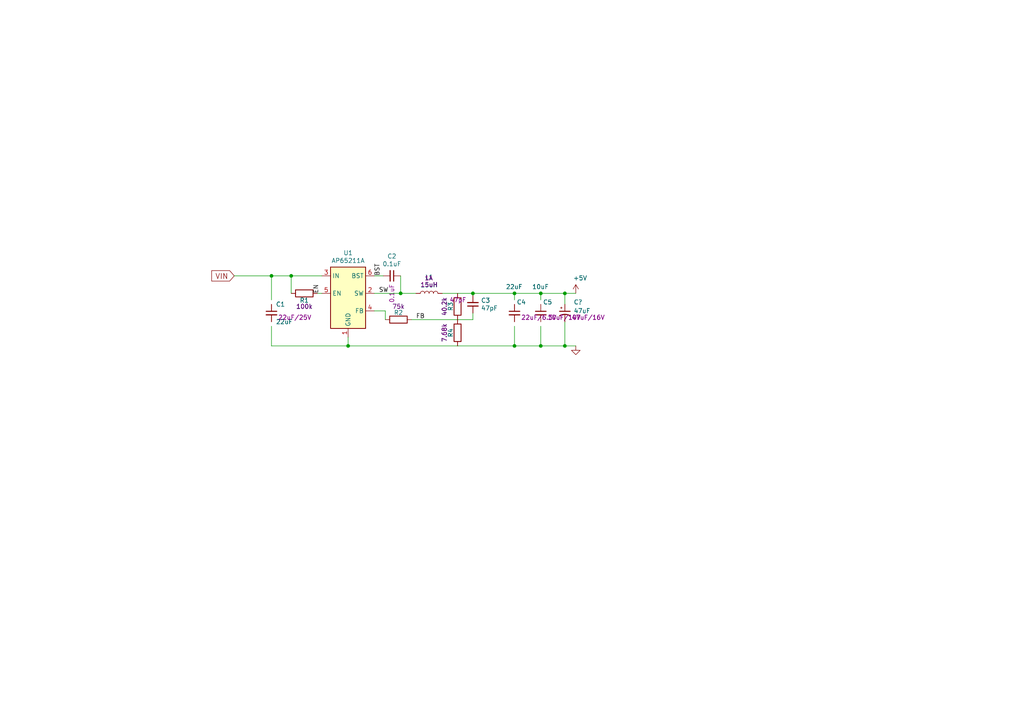
<source format=kicad_sch>
(kicad_sch (version 20231120) (generator "eeschema") (generator_version "8.0")
  (paper "A4")
  (lib_symbols
    (symbol "4ms_Capacitor:0.1uF_0603_16V" (pin_numbers hide) (pin_names (offset 0.254) hide)
      (property "Reference" "C" (at 2.54 2.54 0))
      (property "Display" "0.1uF" (at 5.08 0 0))
      (symbol "0.1uF_0603_16V_0_1"
        (polyline (pts (xy -1.524 -0.508) (xy 1.524 -0.508)) (stroke (width 0.3302)))
        (polyline (pts (xy -1.524 0.508) (xy 1.524 0.508)) (stroke (width 0.3048)))
      )
      (symbol "0.1uF_0603_16V_1_1"
        (pin passive line (at 0 2.54 270) (length 2.032) (name "~") (number "1"))
        (pin passive line (at 0 -2.54 90) (length 2.032) (name "~") (number "2"))
      )
    )
    (symbol "4ms_Capacitor:10uF_0603_10V" (pin_numbers hide) (pin_names (offset 0.254) hide)
      (property "Reference" "C" (at 1.905 1.27 0))
      (property "Display" "10uF/10V" (at 1.905 -1.27 0))
      (symbol "10uF_0603_10V_0_1"
        (polyline (pts (xy -1.524 -0.508) (xy 1.524 -0.508)) (stroke (width 0.3302)))
        (polyline (pts (xy -1.524 0.508) (xy 1.524 0.508)) (stroke (width 0.3048)))
      )
      (symbol "10uF_0603_10V_1_1"
        (pin passive line (at 0 2.54 270) (length 2.032) (name "~") (number "1"))
        (pin passive line (at 0 -2.54 90) (length 2.032) (name "~") (number "2"))
      )
    )
    (symbol "4ms_Capacitor:22uF_0603_6.3V" (pin_numbers hide) (pin_names (offset 0.254) hide)
      (property "Reference" "C" (at 1.905 1.27 0))
      (property "Display" "22uF/6.3V" (at 1.905 -1.27 0))
      (symbol "22uF_0603_6.3V_0_1"
        (polyline (pts (xy -1.524 -0.508) (xy 1.524 -0.508)) (stroke (width 0.3302)))
        (polyline (pts (xy -1.524 0.508) (xy 1.524 0.508)) (stroke (width 0.3048)))
      )
      (symbol "22uF_0603_6.3V_1_1"
        (pin passive line (at 0 2.54 270) (length 2.032) (name "~") (number "1"))
        (pin passive line (at 0 -2.54 90) (length 2.032) (name "~") (number "2"))
      )
    )
    (symbol "4ms_Capacitor:22uF_0805_25V" (pin_numbers hide) (pin_names (offset 0.254))
      (property "Reference" "C" (at 1.905 1.27 0))
      (property "Display" "22uF/25V" (at 1.905 -1.27 0))
      (symbol "22uF_0805_25V_1_1"
        (polyline (pts (xy -1.524 -0.508) (xy 1.524 -0.508)) (stroke (width 0.3302)))
        (polyline (pts (xy -1.524 0.508) (xy 1.524 0.508)) (stroke (width 0.3048)))
        (pin passive line (at 0 2.54 270) (length 2.032) (name "~") (number "1"))
        (pin passive line (at 0 -2.54 90) (length 2.032) (name "~") (number "2"))
      )
    )
    (symbol "4ms_Capacitor:47pF_0603_50V" (pin_numbers hide) (pin_names (offset 0.254) hide)
      (property "Reference" "C" (at 1.905 1.27 0))
      (property "Display" "47pF" (at 1.905 -1.27 0))
      (symbol "47pF_0603_50V_0_1"
        (polyline (pts (xy -1.524 -0.508) (xy 1.524 -0.508)) (stroke (width 0.3302)))
        (polyline (pts (xy -1.524 0.508) (xy 1.524 0.508)) (stroke (width 0.3048)))
      )
      (symbol "47pF_0603_50V_1_1"
        (pin passive line (at 0 2.54 270) (length 2.032) (name "~") (number "1"))
        (pin passive line (at 0 -2.54 90) (length 2.032) (name "~") (number "2"))
      )
    )
    (symbol "4ms_Capacitor:47uF_5x5.3_16V" (pin_numbers hide) (pin_names (offset 0.254) hide)
      (property "Reference" "C" (at 1.905 1.27 0))
      (property "Display" "47uF/16V" (at 1.905 -1.27 0))
      (symbol "47uF_5x5.3_16V_0_1"
        (polyline (pts (xy -1.524 0.508) (xy 1.524 0.508)) (stroke (width 0.3048)))
        (polyline (pts (xy -1.27 1.524) (xy -0.762 1.524)))
        (polyline (pts (xy -1.016 1.27) (xy -1.016 1.778)))
        (arc (start 1.524 -0.762) (mid 0 -0.3734) (end -1.524 -0.762) (stroke (width 0.3048)))
      )
      (symbol "47uF_5x5.3_16V_1_1"
        (pin passive line (at 0 2.54 270) (length 2.032) (name "~") (number "1"))
        (pin passive line (at 0 -2.54 90) (length 2.032) (name "~") (number "2"))
      )
    )
    (symbol "4ms_IC:AP65211AWU-7"
      (property "Reference" "U" (at 0 12.7 0))
      (property "Value" "AP65211AWU-7" (at 0 10.16 0))
      (symbol "AP65211AWU-7_0_1"
        (rectangle (start -5.08 8.89) (end 5.08 -8.89) (stroke (width 0.254)) (fill (type background)))
      )
      (symbol "AP65211AWU-7_1_1"
        (pin power_in line (at 0 -11.43 90) (length 2.54) (name "GND") (number "1"))
        (pin power_out line (at 7.62 1.27 180) (length 2.54) (name "SW") (number "2"))
        (pin power_in line (at -7.62 6.35 0) (length 2.54) (name "IN") (number "3"))
        (pin input line (at 7.62 -3.81 180) (length 2.54) (name "FB") (number "4"))
        (pin input line (at -7.62 1.27 0) (length 2.54) (name "EN") (number "5"))
        (pin output line (at 7.62 6.35 180) (length 2.54) (name "BST") (number "6"))
      )
    )
    (symbol "4ms_Inductor:15uH_1A_5040" (pin_numbers hide) (pin_names (offset 1.016) hide)
      (property "Reference" "L" (at -1.27 0 90))
      (property "Display" "15uH" (at 2.54 0 90))
      (property "Display 2" "1A" (at 4.4196 0.1016 90))
      (symbol "15uH_1A_5040_0_1"
        (arc (start 0 -2.54) (mid 0.6323 -1.905) (end 0 -1.27))
        (arc (start 0 -1.27) (mid 0.6323 -0.635) (end 0 0))
        (arc (start 0 0) (mid 0.6323 0.635) (end 0 1.27))
        (arc (start 0 1.27) (mid 0.6323 1.905) (end 0 2.54))
      )
      (symbol "15uH_1A_5040_1_1"
        (pin passive line (at 0 3.81 270) (length 1.27) (name "1") (number "1"))
        (pin passive line (at 0 -3.81 90) (length 1.27) (name "2") (number "2"))
      )
    )
    (symbol "4ms_Power-symbol:+5V" (power) (pin_names (offset 0))
      (property "Value" "+5V" (at 0 3.556 0))
      (symbol "+5V_0_1"
        (polyline (pts (xy -0.762 1.27) (xy 0 2.54)))
        (polyline (pts (xy 0 0) (xy 0 2.54)))
        (polyline (pts (xy 0 2.54) (xy 0.762 1.27)))
      )
      (symbol "+5V_1_1"
        (pin power_in line (at 0 0 90) (length 0) hide (name "+5V") (number "1"))
      )
    )
    (symbol "4ms_Resistor:40.2k_0603" (pin_numbers hide) (pin_names (offset 0))
      (property "Reference" "R" (at 2.032 0 90))
      (property "Display" "40.2k" (at 3.81 0 90))
      (symbol "40.2k_0603_0_1"
        (rectangle (start -1.016 -2.54) (end 1.016 2.54) (stroke (width 0.254)))
      )
      (symbol "40.2k_0603_1_1"
        (pin passive line (at 0 3.81 270) (length 1.27) (name "~") (number "1"))
        (pin passive line (at 0 -3.81 90) (length 1.27) (name "~") (number "2"))
      )
    )
    (symbol "4ms_Resistor:7.68k_0603" (pin_numbers hide) (pin_names (offset 0))
      (property "Reference" "R" (at 2.032 0 90))
      (property "Display" "7.68k" (at 3.81 0 90))
      (symbol "7.68k_0603_0_1"
        (rectangle (start -1.016 -2.54) (end 1.016 2.54) (stroke (width 0.254)))
      )
      (symbol "7.68k_0603_1_1"
        (pin passive line (at 0 3.81 270) (length 1.27) (name "~") (number "1"))
        (pin passive line (at 0 -3.81 90) (length 1.27) (name "~") (number "2"))
      )
    )
    (symbol "4ms_Resistor:75k_0603" (pin_numbers hide) (pin_names (offset 0))
      (property "Reference" "R" (at 2.032 0 90))
      (property "Display" "75k" (at 3.81 0 90))
      (symbol "75k_0603_0_1"
        (rectangle (start -1.016 -2.54) (end 1.016 2.54) (stroke (width 0.254)))
      )
      (symbol "75k_0603_1_1"
        (pin passive line (at 0 3.81 270) (length 1.27) (name "~") (number "1"))
        (pin passive line (at 0 -3.81 90) (length 1.27) (name "~") (number "2"))
      )
    )
    (symbol "4ms_Resistor_0603:100k_0603" (pin_numbers hide) (pin_names (offset 0))
      (property "Reference" "R" (at 2.032 0 90))
      (property "Display" "100k" (at 3.81 0 90))
      (symbol "100k_0603_0_1"
        (rectangle (start -1.016 -2.54) (end 1.016 2.54) (stroke (width 0.254)))
      )
      (symbol "100k_0603_1_1"
        (pin passive line (at 0 3.81 270) (length 1.27) (name "~") (number "1"))
        (pin passive line (at 0 -3.81 90) (length 1.27) (name "~") (number "2"))
      )
    )
    (symbol "power:GND" (power) (pin_numbers hide) (pin_names (offset 0) hide)
      (property "Value" "GND" (at 0 -3.81 0))
      (symbol "GND_0_1"
        (polyline (pts (xy 0 0) (xy 0 -1.27) (xy 1.27 -1.27) (xy 0 -2.54) (xy -1.27 -1.27) (xy 0 -1.27)))
      )
      (symbol "GND_1_1"
        (pin power_in line (at 0 0 270) (length 0) (name "~") (number "1"))
      )
    )
  )
  (junction (at 84.455 80.01))
  (junction (at 156.845 85.09))
  (junction (at 163.83 100.33))
  (junction (at 100.965 100.33))
  (junction (at 156.845 100.33))
  (junction (at 163.83 85.09))
  (junction (at 78.74 80.01))
  (junction (at 149.225 100.33))
  (junction (at 116.205 85.09))
  (junction (at 137.16 85.09))
  (junction (at 149.225 85.09))
  (wire (pts (xy 111.76 92.71) (xy 111.76 90.17)))
  (wire (pts (xy 149.225 100.33) (xy 156.845 100.33)))
  (wire (pts (xy 163.83 100.33) (xy 167.005 100.33)))
  (wire (pts (xy 156.845 100.33) (xy 163.83 100.33)))
  (wire (pts (xy 108.585 80.01) (xy 111.125 80.01)))
  (wire (pts (xy 163.83 93.345) (xy 163.83 100.33)))
  (wire (pts (xy 116.205 85.09) (xy 120.65 85.09)))
  (wire (pts (xy 137.16 90.805) (xy 137.16 92.71)))
  (wire (pts (xy 119.38 92.71) (xy 137.16 92.71)))
  (wire (pts (xy 78.74 80.01) (xy 84.455 80.01)))
  (wire (pts (xy 128.27 85.09) (xy 137.16 85.09)))
  (wire (pts (xy 84.455 85.09) (xy 84.455 80.01)))
  (wire (pts (xy 156.845 85.09) (xy 156.845 86.995)))
  (wire (pts (xy 149.225 85.09) (xy 149.225 86.995)))
  (wire (pts (xy 100.965 100.33) (xy 149.225 100.33)))
  (wire (pts (xy 100.965 97.79) (xy 100.965 100.33)))
  (wire (pts (xy 149.225 85.09) (xy 156.845 85.09)))
  (wire (pts (xy 78.74 80.01) (xy 78.74 86.995)))
  (wire (pts (xy 84.455 80.01) (xy 93.345 80.01)))
  (wire (pts (xy 93.345 85.09) (xy 92.075 85.09)))
  (wire (pts (xy 108.585 85.09) (xy 116.205 85.09)))
  (wire (pts (xy 137.16 85.725) (xy 137.16 85.09)))
  (wire (pts (xy 78.74 100.33) (xy 100.965 100.33)))
  (wire (pts (xy 163.83 88.265) (xy 163.83 85.09)))
  (wire (pts (xy 116.205 85.09) (xy 116.205 80.01)))
  (wire (pts (xy 149.225 94.615) (xy 149.225 100.33)))
  (wire (pts (xy 111.76 90.17) (xy 108.585 90.17)))
  (wire (pts (xy 156.845 94.615) (xy 156.845 100.33)))
  (wire (pts (xy 67.945 80.01) (xy 78.74 80.01)))
  (wire (pts (xy 78.74 100.33) (xy 78.74 94.615)))
  (wire (pts (xy 156.845 85.09) (xy 163.83 85.09)))
  (wire (pts (xy 163.83 85.09) (xy 167.005 85.09)))
  (wire (pts (xy 137.16 85.09) (xy 149.225 85.09)))
  (label "BST" (at 110.49 80.01 90))
  (label "FB" (at 120.65 92.71 0))
  (label "EN" (at 92.71 85.09 90))
  (label "SW" (at 109.855 85.09 0))
  (global_label "VIN" (shape input) (at 67.945 80.01 180) (effects (font (size 1.524 1.524))) (property "Intersheetrefs" "${INTERSHEET_REFS}" (effects (hide yes))))
  (symbol (lib_id "power:GND") (at 167.005 100.33 0) (unit 1)
    (property "Reference" "#PWR02" (effects (hide yes)))
    (property "Value" "GND" (effects (hide yes)))
  )
  (symbol (lib_id "4ms_Capacitor:22uF_0805_25V") (at 78.74 90.805 0) (unit 1)
    (property "Reference" "C1" (at 80.01 88.265 0) (effects (justify left)))
    (property "Value" "22uF" (at 80.01 93.345 0) (effects (justify left)))
    (property "Footprint" "4ms_Capacitor:C_0805" (effects (hide yes)))
    (property "Description" "22uF, Min. 10V, 20%, X5R or X7S or similar, 0805, MLCC" (effects (hide yes)))
    (property "Manufacturer" "Murata" (effects (hide yes)))
    (property "Part number" "UMK325BJ106KMHP" (effects (hide yes)))
    (property "Specifications" "22uF, Min. 25V, 20%, X5R or X7S or similar, 0805, MLCC" (effects (hide yes)))
    (property "Part Number" "GRM21BR61E226ME44L" (effects (hide yes)))
    (property "Display" "22uF/25V" (at 80.645 92.075 0) (effects (justify left)))
    (property "JLCPCB ID" "C45783" (effects (hide yes)))
    (property "Production Stage" "A" (effects (hide yes)))
  )
  (symbol (lib_id "4ms_IC:AP65211AWU-7") (at 100.965 86.36 0) (unit 1)
    (property "Reference" "U1" (at 100.965 73.3552 0))
    (property "Value" "AP65211A" (at 100.965 75.5904 0))
    (property "Footprint" "4ms_Package_SOT:TSOT-23-6" (effects (hide yes)))
    (property "Datasheet" "https://www.diodes.com/assets/Datasheets/AP65111A.pdf" (effects (hide yes)))
    (property "Description" "DC/DC Buck Converter 500kHz 18VinMax 2A Synchronous" (effects (hide yes)))
    (property "Manufacturer" "Diodes Incorporated" (effects (hide yes)))
    (property "Specifications" "DC/DC Buck Converter 500kHz 18VinMax 2A Synchronous" (effects (hide yes)))
    (property "Part Number" "AP65211AWU-7" (effects (hide yes)))
    (property "JLCPCB ID" "C441829" (effects (hide yes)))
    (property "Production Stage" "A" (effects (hide yes)))
  )
  (symbol (lib_id "4ms_Resistor_0603:100k_0603") (at 88.265 85.09 270) (unit 1)
    (property "Reference" "R1" (at 88.265 87.122 90))
    (property "Value" "100k" (at 88.265 88.9 90))
    (property "Footprint" "4ms_Resistor:R_0603" (effects (hide yes)))
    (property "Description" "100k, 1%, 1/10W, 0603" (effects (hide yes)))
    (property "Specifications" "100k, 1%, 1/10W, 0603" (effects (hide yes)))
    (property "Manufacturer" "Yageo" (effects (hide yes)))
    (property "Part Number" "RC0603FR-07100KL" (effects (hide yes)))
    (property "Display" "100k" (at 88.265 88.9 90))
    (property "JLCPCB ID" "C14675" (effects (hide yes)))
    (property "Production Stage" "A" (effects (hide yes)))
  )
  (symbol (lib_id "4ms_Capacitor:0.1uF_0603_16V") (at 113.665 80.01 270) (unit 1)
    (property "Reference" "C2" (at 113.665 74.3204 90))
    (property "Value" "0.1uF" (at 113.665 76.5556 90))
    (property "Footprint" "4ms_Capacitor:C_0603" (effects (hide yes)))
    (property "Description" "0.1uF, Min. 16V 10%, X7R or X5R or similar" (effects (hide yes)))
    (property "Specifications" "0.1uF, Min. 16V 10%, X7R or X5R or similar" (effects (hide yes)))
    (property "Display" "0.1uF" (at 113.665 85.09 0))
    (property "Manufacturer" "AVX Corporation" (effects (hide yes)))
    (property "Part Number" "0603YC104KAT2A" (effects (hide yes)))
    (property "JLCPCB ID" "C14663" (effects (hide yes)))
    (property "Production Stage" "A" (effects (hide yes)))
  )
  (symbol (lib_id "4ms_Inductor:15uH_1A_5040") (at 124.46 85.09 90) (unit 1)
    (property "Reference" "L1" (at 124.46 80.4164 90))
    (property "Value" "15uH" (at 124.46 82.6516 90))
    (property "Footprint" "4ms_Inductor:COIL_5040" (effects (hide yes)))
    (property "Description" "15uH, Isat>1A, Rdc<=100mOhms, shielded" (effects (hide yes)))
    (property "Manufacturer" "Bournes" (effects (hide yes)))
    (property "Part number" "SRN5040TA-150M" (effects (hide yes)))
    (property "Specifications" "15uH, Isat>1A, Rdc<=100mOhms, shielded" (effects (hide yes)))
    (property "Part Number" "SRN5040TA-150M" (effects (hide yes)))
    (property "Display" "15uH" (at 124.46 82.55 90))
    (property "Display 2" "1A" (at 124.3584 80.6704 90))
    (property "JLCPCB ID" "C222950" (effects (hide yes)))
    (property "Production Stage" "A" (effects (hide yes)))
  )
  (symbol (lib_id "4ms_Resistor:40.2k_0603") (at 132.715 88.9 180) (unit 1)
    (property "Reference" "R3" (at 130.683 88.9 90))
    (property "Value" "40.2k" (at 128.905 88.9 90))
    (property "Footprint" "4ms_Resistor:R_0603" (effects (hide yes)))
    (property "Description" "40.2k, 1%, 1/10W, 0603" (effects (hide yes)))
    (property "Specifications" "40.2k, 1%, 1/10W, 0603" (effects (hide yes)))
    (property "Manufacturer" "Yageo" (effects (hide yes)))
    (property "Part Number" "RC0603FR-0740K2L" (effects (hide yes)))
    (property "Display" "40.2k" (at 128.905 88.9 90))
    (property "JLCPCB ID" "C12447" (effects (hide yes)))
  )
  (symbol (lib_id "4ms_Resistor:7.68k_0603") (at 132.715 96.52 180) (unit 1)
    (property "Reference" "R4" (at 130.683 96.52 90))
    (property "Value" "7.68k" (at 128.905 96.52 90))
    (property "Footprint" "4ms_Resistor:R_0603" (effects (hide yes)))
    (property "Description" "7.68K, 1%, 1/10W, 0603" (effects (hide yes)))
    (property "Specifications" "7.68K, 1%, 1/10W, 0603" (effects (hide yes)))
    (property "Manufacturer" "Yageo" (effects (hide yes)))
    (property "Part Number" "RC0603FR-077K68L" (effects (hide yes)))
    (property "Display" "7.68k" (at 128.905 96.52 90))
    (property "JLCPCB ID" "C23102" (effects (hide yes)))
  )
  (symbol (lib_id "4ms_Resistor:75k_0603") (at 115.57 92.71 90) (unit 1)
    (property "Reference" "R2" (at 115.57 90.678 90))
    (property "Value" "75k" (at 115.57 88.9 90))
    (property "Footprint" "4ms_Resistor:R_0603" (effects (hide yes)))
    (property "Description" "75K, 1%, 1/10W, 0603" (effects (hide yes)))
    (property "Specifications" "75K, 1%, 1/10W, 0603" (effects (hide yes)))
    (property "Manufacturer" "Yageo" (effects (hide yes)))
    (property "Part Number" "RC0603FR-0775KL" (effects (hide yes)))
    (property "Display" "75k" (at 115.57 88.9 90))
    (property "JLCPCB ID" "C23242" (effects (hide yes)))
  )
  (symbol (lib_id "4ms_Capacitor:22uF_0603_6.3V") (at 149.225 90.805 0) (unit 1)
    (property "Reference" "C4" (at 149.86 87.63 0) (effects (justify left)))
    (property "Value" "22uF" (at 146.685 83.185 0) (effects (justify left)))
    (property "Footprint" "4ms_Capacitor:C_0603" (effects (hide yes)))
    (property "Description" "22uF, 6.3V,10%,X5R or X7R, 0603" (effects (hide yes)))
    (property "Manufacturer" "Murata" (effects (hide yes)))
    (property "Part number" "JMK212ABJ226MD-T" (effects (hide yes)))
    (property "Specifications" "22uF, 6.3V,10%,X5R or X7R,0603" (effects (hide yes)))
    (property "Part Number" "GRM188R60J226MEA0J" (effects (hide yes)))
    (property "Display" "22uF/6.3V" (at 151.13 92.075 0) (effects (justify left)))
    (property "JLCPCB ID" "C59461" (effects (hide yes)))
    (property "Production Stage" "A" (effects (hide yes)))
  )
  (symbol (lib_id "4ms_Capacitor:47pF_0603_50V") (at 137.16 88.265 180) (unit 1)
    (property "Reference" "C3" (at 139.4968 87.1474 0) (effects (justify right)))
    (property "Value" "47pF" (at 139.4968 89.3826 0) (effects (justify right)))
    (property "Footprint" "4ms_Capacitor:C_0603" (effects (hide yes)))
    (property "Description" "47pF, 50V C0G/NPO 5%, MLCC" (effects (hide yes)))
    (property "Part number" "885012005078" (effects (hide yes)))
    (property "Manufacturer" "Yageo" (effects (hide yes)))
    (property "Specifications" "47pF, 50V C0G/NPO 5%, MLCC" (effects (hide yes)))
    (property "Part Number" "CC0603JRNPO9BN470" (effects (hide yes)))
    (property "Display" "47pF" (at 135.255 86.995 0) (effects (justify left)))
    (property "JLCPCB ID" "C1671" (effects (hide yes)))
    (property "Production Stage" "A" (effects (hide yes)))
  )
  (symbol (lib_id "4ms_Capacitor:10uF_0603_10V") (at 156.845 90.805 0) (unit 1)
    (property "Reference" "C5" (at 157.48 87.63 0) (effects (justify left)))
    (property "Value" "10uF" (at 154.305 83.185 0) (effects (justify left)))
    (property "Footprint" "4ms_Capacitor:C_0603" (effects (hide yes)))
    (property "Description" "10uF, Min. 10V X5R 10%" (effects (hide yes)))
    (property "Specifications" "10uF, Min. 10V X5R 10%" (effects (hide yes)))
    (property "Manufacturer" "Murata" (effects (hide yes)))
    (property "Part number" "GRM188R61A106KE69D" (effects (hide yes)))
    (property "Part Number" "GRM188R61A106KE69D" (effects (hide yes)))
    (property "Display" "10uF/10V" (at 158.75 92.075 0) (effects (justify left)))
    (property "JLCPCB ID" "C19702" (effects (hide yes)))
    (property "Production Stage" "A" (effects (hide yes)))
  )
  (symbol (lib_id "4ms_Power-symbol:+5V") (at 167.005 85.09 0) (unit 1)
    (property "Reference" "#PWR?" (effects (hide yes)))
    (property "Value" "+5V" (at 168.275 80.645 0))
  )
  (symbol (lib_id "4ms_Capacitor:47uF_5x5.3_16V") (at 163.83 90.805 0) (unit 1)
    (property "Reference" "C?" (at 166.37 87.63 0) (effects (justify left)))
    (property "Value" "47uF" (at 166.37 90.17 0) (effects (justify left)))
    (property "Footprint" "4ms_Capacitor:CP_Elec_5x5.3" (effects (hide yes)))
    (property "Description" "47uF, 16V, 20%, 5.00mmD*5.30mmH, 2000Hrs@85℃" (effects (hide yes)))
    (property "Manufacturer" "Lelon" (effects (hide yes)))
    (property "Part number" "VE-470M1CTR-0505" (effects (hide yes)))
    (property "Specifications" "47uF, 16V, 20%, 5.00mmD*5.30mmH, 2000Hrs@85℃" (effects (hide yes)))
    (property "Part Number" "VES470M1CTR-0505" (effects (hide yes)))
    (property "Display" "47uF/16V" (at 165.735 92.075 0) (effects (justify left)))
    (property "JLCPCB ID" "C134798" (effects (hide yes)))
    (property "Production Stage" "A" (effects (hide yes)))
  )
)
</source>
